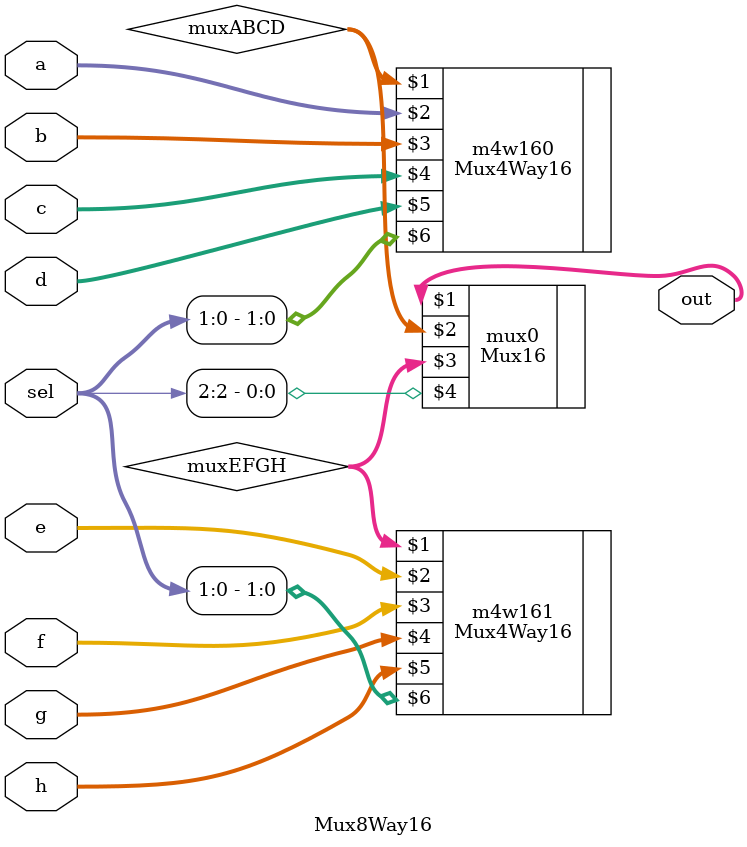
<source format=v>
/* módulo Mux8Way16 */

`ifndef _Mux8Way16_
`define _Mux8Way16_

`include "Mux4Way16.v"

module Mux8Way16(out, a, b, c, d, e, f, g, h, sel);
    input [15:0] a, b, c, d, e, f, g, h;
    input [2:0] sel;
    output [15:0] out;

    wire [15:0] muxABCD, muxEFGH;

    Mux4Way16 m4w160(muxABCD, a, b, c, d, sel[1:0]);
    Mux4Way16 m4w161(muxEFGH, e, f, g, h, sel[1:0]);
    Mux16 mux0(out, muxABCD, muxEFGH, sel[2]);

    // Descrição de conexões internas do módulo

endmodule

`endif

</source>
